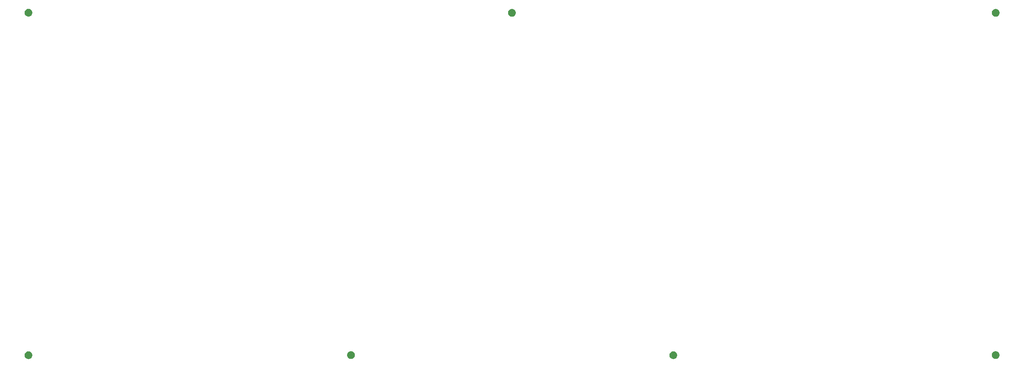
<source format=gbr>
G04 #@! TF.GenerationSoftware,KiCad,Pcbnew,(5.1.5-0-10_14)*
G04 #@! TF.CreationDate,2020-03-04T11:44:33+00:00*
G04 #@! TF.ProjectId,plate,706c6174-652e-46b6-9963-61645f706362,rev?*
G04 #@! TF.SameCoordinates,Original*
G04 #@! TF.FileFunction,Soldermask,Top*
G04 #@! TF.FilePolarity,Negative*
%FSLAX46Y46*%
G04 Gerber Fmt 4.6, Leading zero omitted, Abs format (unit mm)*
G04 Created by KiCad (PCBNEW (5.1.5-0-10_14)) date 2020-03-04 11:44:33*
%MOMM*%
%LPD*%
G04 APERTURE LIST*
%ADD10C,0.100000*%
G04 APERTURE END LIST*
D10*
G36*
X211802739Y-114958532D02*
G01*
X211930434Y-114983932D01*
X212139903Y-115070697D01*
X212328420Y-115196660D01*
X212488740Y-115356980D01*
X212614703Y-115545497D01*
X212614704Y-115545499D01*
X212701468Y-115754967D01*
X212740648Y-115951935D01*
X212745700Y-115977336D01*
X212745700Y-116204064D01*
X212701468Y-116426434D01*
X212614703Y-116635903D01*
X212488740Y-116824420D01*
X212328420Y-116984740D01*
X212139903Y-117110703D01*
X211930434Y-117197468D01*
X211835759Y-117216300D01*
X211708065Y-117241700D01*
X211481335Y-117241700D01*
X211353641Y-117216300D01*
X211258966Y-117197468D01*
X211049497Y-117110703D01*
X210860980Y-116984740D01*
X210700660Y-116824420D01*
X210574697Y-116635903D01*
X210487932Y-116426434D01*
X210443700Y-116204064D01*
X210443700Y-115977336D01*
X210448753Y-115951935D01*
X210487932Y-115754967D01*
X210574696Y-115545499D01*
X210574697Y-115545497D01*
X210700660Y-115356980D01*
X210860980Y-115196660D01*
X211049497Y-115070697D01*
X211258966Y-114983932D01*
X211386661Y-114958532D01*
X211481335Y-114939700D01*
X211708065Y-114939700D01*
X211802739Y-114958532D01*
G37*
G36*
X21302739Y-114958532D02*
G01*
X21430434Y-114983932D01*
X21639903Y-115070697D01*
X21828420Y-115196660D01*
X21988740Y-115356980D01*
X22114703Y-115545497D01*
X22114704Y-115545499D01*
X22201468Y-115754967D01*
X22240648Y-115951935D01*
X22245700Y-115977336D01*
X22245700Y-116204064D01*
X22201468Y-116426434D01*
X22114703Y-116635903D01*
X21988740Y-116824420D01*
X21828420Y-116984740D01*
X21639903Y-117110703D01*
X21430434Y-117197468D01*
X21335759Y-117216300D01*
X21208065Y-117241700D01*
X20981335Y-117241700D01*
X20853641Y-117216300D01*
X20758966Y-117197468D01*
X20549497Y-117110703D01*
X20360980Y-116984740D01*
X20200660Y-116824420D01*
X20074697Y-116635903D01*
X19987932Y-116426434D01*
X19943700Y-116204064D01*
X19943700Y-115977336D01*
X19948753Y-115951935D01*
X19987932Y-115754967D01*
X20074696Y-115545499D01*
X20074697Y-115545497D01*
X20200660Y-115356980D01*
X20360980Y-115196660D01*
X20549497Y-115070697D01*
X20758966Y-114983932D01*
X20886661Y-114958532D01*
X20981335Y-114939700D01*
X21208065Y-114939700D01*
X21302739Y-114958532D01*
G37*
G36*
X307056549Y-114936416D02*
G01*
X307167734Y-114958532D01*
X307377203Y-115045297D01*
X307565720Y-115171260D01*
X307726040Y-115331580D01*
X307852003Y-115520097D01*
X307938768Y-115729566D01*
X307960884Y-115840751D01*
X307983000Y-115951935D01*
X307983000Y-116178665D01*
X307960884Y-116289849D01*
X307938768Y-116401034D01*
X307852003Y-116610503D01*
X307726040Y-116799020D01*
X307565720Y-116959340D01*
X307377203Y-117085303D01*
X307167734Y-117172068D01*
X307056549Y-117194184D01*
X306945365Y-117216300D01*
X306718635Y-117216300D01*
X306607451Y-117194184D01*
X306496266Y-117172068D01*
X306286797Y-117085303D01*
X306098280Y-116959340D01*
X305937960Y-116799020D01*
X305811997Y-116610503D01*
X305725232Y-116401034D01*
X305703116Y-116289849D01*
X305681000Y-116178665D01*
X305681000Y-115951935D01*
X305703116Y-115840751D01*
X305725232Y-115729566D01*
X305811997Y-115520097D01*
X305937960Y-115331580D01*
X306098280Y-115171260D01*
X306286797Y-115045297D01*
X306496266Y-114958532D01*
X306607451Y-114936416D01*
X306718635Y-114914300D01*
X306945365Y-114914300D01*
X307056549Y-114936416D01*
G37*
G36*
X116607349Y-114936416D02*
G01*
X116718534Y-114958532D01*
X116928003Y-115045297D01*
X117116520Y-115171260D01*
X117276840Y-115331580D01*
X117402803Y-115520097D01*
X117489568Y-115729566D01*
X117511684Y-115840751D01*
X117533800Y-115951935D01*
X117533800Y-116178665D01*
X117511684Y-116289849D01*
X117489568Y-116401034D01*
X117402803Y-116610503D01*
X117276840Y-116799020D01*
X117116520Y-116959340D01*
X116928003Y-117085303D01*
X116718534Y-117172068D01*
X116607349Y-117194184D01*
X116496165Y-117216300D01*
X116269435Y-117216300D01*
X116158251Y-117194184D01*
X116047066Y-117172068D01*
X115837597Y-117085303D01*
X115649080Y-116959340D01*
X115488760Y-116799020D01*
X115362797Y-116610503D01*
X115276032Y-116401034D01*
X115253916Y-116289849D01*
X115231800Y-116178665D01*
X115231800Y-115951935D01*
X115253916Y-115840751D01*
X115276032Y-115729566D01*
X115362797Y-115520097D01*
X115488760Y-115331580D01*
X115649080Y-115171260D01*
X115837597Y-115045297D01*
X116047066Y-114958532D01*
X116158251Y-114936416D01*
X116269435Y-114914300D01*
X116496165Y-114914300D01*
X116607349Y-114936416D01*
G37*
G36*
X306988892Y-13739532D02*
G01*
X307180434Y-13777632D01*
X307389903Y-13864397D01*
X307578420Y-13990360D01*
X307738740Y-14150680D01*
X307864703Y-14339197D01*
X307864704Y-14339199D01*
X307951468Y-14548667D01*
X307988122Y-14732936D01*
X307995700Y-14771036D01*
X307995700Y-14997764D01*
X307951468Y-15220134D01*
X307864703Y-15429603D01*
X307738740Y-15618120D01*
X307578420Y-15778440D01*
X307389903Y-15904403D01*
X307180434Y-15991168D01*
X307149606Y-15997300D01*
X306958065Y-16035400D01*
X306731335Y-16035400D01*
X306539794Y-15997300D01*
X306508966Y-15991168D01*
X306299497Y-15904403D01*
X306110980Y-15778440D01*
X305950660Y-15618120D01*
X305824697Y-15429603D01*
X305737932Y-15220134D01*
X305693700Y-14997764D01*
X305693700Y-14771036D01*
X305701279Y-14732936D01*
X305737932Y-14548667D01*
X305824696Y-14339199D01*
X305824697Y-14339197D01*
X305950660Y-14150680D01*
X306110980Y-13990360D01*
X306299497Y-13864397D01*
X306508966Y-13777632D01*
X306700508Y-13739532D01*
X306731335Y-13733400D01*
X306958065Y-13733400D01*
X306988892Y-13739532D01*
G37*
G36*
X164075792Y-13739532D02*
G01*
X164267334Y-13777632D01*
X164476803Y-13864397D01*
X164665320Y-13990360D01*
X164825640Y-14150680D01*
X164951603Y-14339197D01*
X164951604Y-14339199D01*
X165038368Y-14548667D01*
X165075022Y-14732936D01*
X165082600Y-14771036D01*
X165082600Y-14997764D01*
X165038368Y-15220134D01*
X164951603Y-15429603D01*
X164825640Y-15618120D01*
X164665320Y-15778440D01*
X164476803Y-15904403D01*
X164267334Y-15991168D01*
X164236506Y-15997300D01*
X164044965Y-16035400D01*
X163818235Y-16035400D01*
X163626694Y-15997300D01*
X163595866Y-15991168D01*
X163386397Y-15904403D01*
X163197880Y-15778440D01*
X163037560Y-15618120D01*
X162911597Y-15429603D01*
X162824832Y-15220134D01*
X162780600Y-14997764D01*
X162780600Y-14771036D01*
X162788179Y-14732936D01*
X162824832Y-14548667D01*
X162911596Y-14339199D01*
X162911597Y-14339197D01*
X163037560Y-14150680D01*
X163197880Y-13990360D01*
X163386397Y-13864397D01*
X163595866Y-13777632D01*
X163787408Y-13739532D01*
X163818235Y-13733400D01*
X164044965Y-13733400D01*
X164075792Y-13739532D01*
G37*
G36*
X21319249Y-13717416D02*
G01*
X21430434Y-13739532D01*
X21639903Y-13826297D01*
X21828420Y-13952260D01*
X21988740Y-14112580D01*
X22114703Y-14301097D01*
X22201468Y-14510566D01*
X22209047Y-14548667D01*
X22245700Y-14732935D01*
X22245700Y-14959665D01*
X22238121Y-14997765D01*
X22201468Y-15182034D01*
X22114703Y-15391503D01*
X21988740Y-15580020D01*
X21828420Y-15740340D01*
X21639903Y-15866303D01*
X21430434Y-15953068D01*
X21319249Y-15975184D01*
X21208065Y-15997300D01*
X20981335Y-15997300D01*
X20870151Y-15975184D01*
X20758966Y-15953068D01*
X20549497Y-15866303D01*
X20360980Y-15740340D01*
X20200660Y-15580020D01*
X20074697Y-15391503D01*
X19987932Y-15182034D01*
X19951279Y-14997765D01*
X19943700Y-14959665D01*
X19943700Y-14732935D01*
X19980353Y-14548667D01*
X19987932Y-14510566D01*
X20074697Y-14301097D01*
X20200660Y-14112580D01*
X20360980Y-13952260D01*
X20549497Y-13826297D01*
X20758966Y-13739532D01*
X20870151Y-13717416D01*
X20981335Y-13695300D01*
X21208065Y-13695300D01*
X21319249Y-13717416D01*
G37*
M02*

</source>
